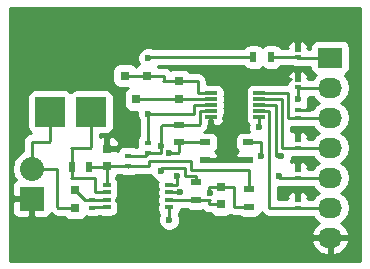
<source format=gbr>
G04 #@! TF.FileFunction,Copper,L1,Top,Signal*
%FSLAX46Y46*%
G04 Gerber Fmt 4.6, Leading zero omitted, Abs format (unit mm)*
G04 Created by KiCad (PCBNEW 4.0.1+dfsg1-stable) date Thu 03 Mar 2016 02:15:59 PM PST*
%MOMM*%
G01*
G04 APERTURE LIST*
%ADD10C,0.100000*%
%ADD11R,0.750000X0.800000*%
%ADD12R,0.550000X0.300000*%
%ADD13R,0.500000X0.900000*%
%ADD14R,0.700000X0.300000*%
%ADD15R,2.500000X2.500000*%
%ADD16R,2.032000X2.032000*%
%ADD17O,2.032000X2.032000*%
%ADD18R,2.032000X1.727200*%
%ADD19O,2.032000X1.727200*%
%ADD20R,0.600000X0.400000*%
%ADD21R,0.900000X0.500000*%
%ADD22R,0.800100X0.800100*%
%ADD23R,1.016000X0.305000*%
%ADD24C,0.600000*%
%ADD25C,0.250000*%
%ADD26C,0.254000*%
G04 APERTURE END LIST*
D10*
D11*
X135991600Y-105017000D03*
X135991600Y-103517000D03*
X138684000Y-101511800D03*
X138684000Y-100011800D03*
X148310600Y-103212200D03*
X148310600Y-104712200D03*
X144754600Y-94296800D03*
X144754600Y-95796800D03*
D12*
X137439400Y-104998400D03*
X137439400Y-104348400D03*
D13*
X137198800Y-101523800D03*
X135698800Y-101523800D03*
X152591200Y-92252800D03*
X151091200Y-92252800D03*
D12*
X154838400Y-92273000D03*
X154838400Y-91623000D03*
X154838400Y-94813000D03*
X154838400Y-94163000D03*
X154838400Y-97378400D03*
X154838400Y-96728400D03*
X154838400Y-99918400D03*
X154838400Y-99268400D03*
X154838400Y-102458400D03*
X154838400Y-101808400D03*
X154838400Y-104998400D03*
X154838400Y-104348400D03*
D14*
X138650200Y-104988400D03*
X138650200Y-104363400D03*
X138650200Y-103713400D03*
X138650200Y-103088400D03*
X143950200Y-104988400D03*
X143950200Y-104363400D03*
X143950200Y-103713400D03*
X143950200Y-103088400D03*
D15*
X137347900Y-96888300D03*
X133847900Y-96888300D03*
D16*
X132321300Y-104241600D03*
D17*
X132321300Y-101701600D03*
D18*
X157581600Y-92303600D03*
D19*
X157581600Y-94843600D03*
X157581600Y-97383600D03*
X157581600Y-99923600D03*
X157581600Y-102463600D03*
X157581600Y-105003600D03*
X157581600Y-107543600D03*
D20*
X142176500Y-99486300D03*
X142176500Y-100386300D03*
X140487400Y-101516600D03*
X140487400Y-100616600D03*
D21*
X150736300Y-104940800D03*
X150736300Y-103440800D03*
X146253200Y-104356600D03*
X146253200Y-102856600D03*
X144780000Y-97979800D03*
X144780000Y-99479800D03*
X147015200Y-99478400D03*
X147015200Y-100978400D03*
X150622000Y-99453000D03*
X150622000Y-100953000D03*
D22*
X142097800Y-93817440D03*
X140197800Y-93817440D03*
X141147800Y-95816420D03*
D23*
X147483800Y-95316800D03*
X147483800Y-95816800D03*
X147483800Y-96316800D03*
X147483800Y-96816800D03*
X147483800Y-97316800D03*
X151575800Y-95316800D03*
X151575800Y-95816800D03*
X151575800Y-96316800D03*
X151575800Y-96816800D03*
X151575800Y-97316800D03*
D24*
X154838400Y-90627200D03*
X154825700Y-93383100D03*
X155867100Y-95935800D03*
X154838400Y-98463100D03*
X154838400Y-103606600D03*
X135966200Y-103530400D03*
X154838400Y-101231700D03*
X150622000Y-100953000D03*
X147383500Y-103720900D03*
X144868900Y-103695500D03*
X142189200Y-97086000D03*
X142201900Y-92341700D03*
X151587200Y-98209100D03*
X154876500Y-95796100D03*
X153289000Y-102323900D03*
X144627600Y-102311200D03*
X143954500Y-106045000D03*
X143967200Y-100380800D03*
X143256000Y-101892100D03*
X143281400Y-99758500D03*
X151739600Y-100634800D03*
X153454100Y-100609400D03*
D25*
X133847900Y-96888300D02*
X133847900Y-99367400D01*
X132321300Y-99441000D02*
X132321300Y-101701600D01*
X132359400Y-99402900D02*
X132321300Y-99441000D01*
X133812400Y-99402900D02*
X132359400Y-99402900D01*
X133847900Y-99367400D02*
X133812400Y-99402900D01*
X132321300Y-101701600D02*
X132334000Y-101688900D01*
X132334000Y-101688900D02*
X134454900Y-101688900D01*
X134454900Y-101688900D02*
X134493000Y-101727000D01*
X134493000Y-101727000D02*
X134493000Y-104927400D01*
X134493000Y-104927400D02*
X134582600Y-105017000D01*
X134582600Y-105017000D02*
X135991600Y-105017000D01*
X137420800Y-105017000D02*
X137449400Y-104988400D01*
X137449400Y-104988400D02*
X138650200Y-104988400D01*
X154838400Y-91623000D02*
X154838400Y-90627200D01*
X154838400Y-94163000D02*
X154838400Y-93395800D01*
X154838400Y-93395800D02*
X154825700Y-93383100D01*
X154838400Y-96728400D02*
X155846900Y-96728400D01*
X155867100Y-96708200D02*
X155867100Y-95935800D01*
X155846900Y-96728400D02*
X155867100Y-96708200D01*
X154838400Y-99268400D02*
X154838400Y-98463100D01*
X154838400Y-104348400D02*
X154838400Y-103606600D01*
X135966200Y-103530400D02*
X135979600Y-103517000D01*
X135979600Y-103517000D02*
X135991600Y-103517000D01*
X138650200Y-104363400D02*
X137454400Y-104363400D01*
X137454400Y-104363400D02*
X137446900Y-104355900D01*
X137446900Y-104355900D02*
X136830500Y-104355900D01*
X136830500Y-104355900D02*
X135991600Y-103517000D01*
X154838400Y-101808400D02*
X154838400Y-101231700D01*
X147015200Y-100978400D02*
X148298600Y-100978400D01*
X148336000Y-100941000D02*
X148336000Y-98412300D01*
X148298600Y-100978400D02*
X148336000Y-100941000D01*
X147483800Y-98360200D02*
X147483800Y-97316800D01*
X147523200Y-98399600D02*
X147483800Y-98360200D01*
X148323300Y-98399600D02*
X147523200Y-98399600D01*
X148336000Y-98412300D02*
X148323300Y-98399600D01*
X138650200Y-103088400D02*
X138650200Y-101545600D01*
X138650200Y-101545600D02*
X138684000Y-101511800D01*
X140487400Y-101516600D02*
X142220100Y-101516600D01*
X150736300Y-101790500D02*
X150736300Y-103440800D01*
X150723600Y-101777800D02*
X150736300Y-101790500D01*
X145821400Y-101777800D02*
X150723600Y-101777800D01*
X145808700Y-101765100D02*
X145821400Y-101777800D01*
X145808700Y-101079300D02*
X145808700Y-101765100D01*
X145834100Y-101053900D02*
X145808700Y-101079300D01*
X142227300Y-101053900D02*
X145834100Y-101053900D01*
X142227300Y-101509400D02*
X142227300Y-101053900D01*
X142220100Y-101516600D02*
X142227300Y-101509400D01*
X137198800Y-101523800D02*
X138672000Y-101523800D01*
X138672000Y-101523800D02*
X138679200Y-101516600D01*
X138679200Y-101516600D02*
X140487400Y-101516600D01*
X140487400Y-101516600D02*
X140494600Y-101523800D01*
X143950200Y-103713400D02*
X144851000Y-103713400D01*
X147371500Y-103212200D02*
X148310600Y-103212200D01*
X147345400Y-103238300D02*
X147371500Y-103212200D01*
X147345400Y-103682800D02*
X147345400Y-103238300D01*
X147383500Y-103720900D02*
X147345400Y-103682800D01*
X144851000Y-103713400D02*
X144868900Y-103695500D01*
X148310600Y-103212200D02*
X149465600Y-103212200D01*
X149467000Y-104940800D02*
X150736300Y-104940800D01*
X149466300Y-104940100D02*
X149467000Y-104940800D01*
X149466300Y-103212900D02*
X149466300Y-104940100D01*
X149465600Y-103212200D02*
X149466300Y-103212900D01*
X143950200Y-104363400D02*
X146246400Y-104363400D01*
X146246400Y-104363400D02*
X146251600Y-104368600D01*
X146251600Y-104368600D02*
X147370800Y-104368600D01*
X147370800Y-104368600D02*
X147358100Y-104381300D01*
X147358100Y-104381300D02*
X147358100Y-104711500D01*
X147358100Y-104711500D02*
X147358800Y-104712200D01*
X147358800Y-104712200D02*
X148310600Y-104712200D01*
X146370800Y-95316800D02*
X147483800Y-95316800D01*
X147483800Y-95316800D02*
X146370800Y-95316800D01*
X144754600Y-94296800D02*
X146342800Y-94296800D01*
X146342800Y-94296800D02*
X146354800Y-94308800D01*
X146354800Y-94308800D02*
X146354800Y-95300800D01*
X146354800Y-95300800D02*
X146370800Y-95316800D01*
X142097800Y-93817440D02*
X140197800Y-93817440D01*
X143499840Y-93817440D02*
X142097800Y-93817440D01*
X143510000Y-93827600D02*
X143499840Y-93817440D01*
X143510000Y-94258000D02*
X143510000Y-93827600D01*
X143471200Y-94296800D02*
X143510000Y-94258000D01*
X146342800Y-94296800D02*
X143471200Y-94296800D01*
X146354800Y-94284800D02*
X146342800Y-94296800D01*
X146354800Y-95300800D02*
X146354800Y-94284800D01*
X146370800Y-95316800D02*
X146354800Y-95300800D01*
X147483800Y-95816800D02*
X144774600Y-95816800D01*
X144774600Y-95816800D02*
X144774220Y-95816420D01*
X144774220Y-95816420D02*
X141147800Y-95816420D01*
X138650200Y-103713400D02*
X137713600Y-103713400D01*
X135698800Y-102426200D02*
X135698800Y-101523800D01*
X135636000Y-102489000D02*
X135698800Y-102426200D01*
X137668000Y-102489000D02*
X135636000Y-102489000D01*
X137668000Y-103667800D02*
X137668000Y-102489000D01*
X137713600Y-103713400D02*
X137668000Y-103667800D01*
X137347900Y-96888300D02*
X137347900Y-99888100D01*
X135698800Y-100011800D02*
X135698800Y-101523800D01*
X135636000Y-99949000D02*
X135698800Y-100011800D01*
X137287000Y-99949000D02*
X135636000Y-99949000D01*
X137347900Y-99888100D02*
X137287000Y-99949000D01*
X135636000Y-101461000D02*
X135698800Y-101523800D01*
X135696200Y-101526400D02*
X135698800Y-101523800D01*
X157581600Y-92303600D02*
X154869000Y-92303600D01*
X154869000Y-92303600D02*
X154818200Y-92252800D01*
X154818200Y-92252800D02*
X152591200Y-92252800D01*
X142176500Y-99486300D02*
X142176500Y-97098700D01*
X142176500Y-97098700D02*
X142189200Y-97086000D01*
X142201900Y-92341700D02*
X142290800Y-92252800D01*
X142290800Y-92252800D02*
X151091200Y-92252800D01*
X147483800Y-96316800D02*
X146075400Y-96316800D01*
X146068200Y-97086000D02*
X142189200Y-97086000D01*
X146075400Y-97078800D02*
X146068200Y-97086000D01*
X146075400Y-96316800D02*
X146075400Y-97078800D01*
X151575800Y-97316800D02*
X151575800Y-98197700D01*
X151575800Y-98197700D02*
X151587200Y-98209100D01*
X154838400Y-95758000D02*
X154838400Y-94813000D01*
X154876500Y-95796100D02*
X154838400Y-95758000D01*
X157581600Y-94843600D02*
X154869000Y-94843600D01*
X154869000Y-94843600D02*
X154838400Y-94813000D01*
X154020400Y-97378400D02*
X154838400Y-97378400D01*
X154000200Y-97358200D02*
X154020400Y-97378400D01*
X157581600Y-97383600D02*
X154843600Y-97383600D01*
X154843600Y-97383600D02*
X154838400Y-97378400D01*
X151575800Y-95316800D02*
X154009600Y-95316800D01*
X154000200Y-95326200D02*
X154000200Y-97358200D01*
X154009600Y-95316800D02*
X154000200Y-95326200D01*
X151575800Y-95816800D02*
X153542198Y-95816800D01*
X153543000Y-95817602D02*
X153543000Y-99923600D01*
X153542198Y-95816800D02*
X153543000Y-95817602D01*
X153548200Y-99918400D02*
X154838400Y-99918400D01*
X153543000Y-99923600D02*
X153548200Y-99918400D01*
X157581600Y-99923600D02*
X154843600Y-99923600D01*
X154843600Y-99923600D02*
X154838400Y-99918400D01*
X143950200Y-103088400D02*
X144625100Y-103088400D01*
X153296500Y-102458400D02*
X154838400Y-102458400D01*
X153263600Y-102425500D02*
X153296500Y-102458400D01*
X153263600Y-102349300D02*
X153263600Y-102425500D01*
X153289000Y-102323900D02*
X153263600Y-102349300D01*
X144627600Y-103085900D02*
X144627600Y-102311200D01*
X144625100Y-103088400D02*
X144627600Y-103085900D01*
X157581600Y-102463600D02*
X154843600Y-102463600D01*
X154843600Y-102463600D02*
X154838400Y-102458400D01*
X151575800Y-96816800D02*
X152442800Y-96816800D01*
X152425400Y-96834200D02*
X152425400Y-105003600D01*
X152442800Y-96816800D02*
X152425400Y-96834200D01*
X152430600Y-104998400D02*
X154838400Y-104998400D01*
X152425400Y-105003600D02*
X152430600Y-104998400D01*
X157581600Y-105003600D02*
X154843600Y-105003600D01*
X154843600Y-105003600D02*
X154838400Y-104998400D01*
X144780000Y-99479800D02*
X144780000Y-100330000D01*
X143950200Y-106040700D02*
X143950200Y-104988400D01*
X143954500Y-106045000D02*
X143950200Y-106040700D01*
X144729200Y-100380800D02*
X143967200Y-100380800D01*
X144780000Y-100330000D02*
X144729200Y-100380800D01*
X147015200Y-99478400D02*
X144781400Y-99478400D01*
X144781400Y-99478400D02*
X144780000Y-99479800D01*
X147483800Y-96816800D02*
X146533402Y-96816800D01*
X146532600Y-96817602D02*
X146532600Y-97942400D01*
X146533402Y-96816800D02*
X146532600Y-96817602D01*
X142176500Y-100386300D02*
X143250500Y-100386300D01*
X143281400Y-100355400D02*
X143281400Y-99758500D01*
X143250500Y-100386300D02*
X143281400Y-100355400D01*
X140487400Y-100616600D02*
X141946200Y-100616600D01*
X141946200Y-100616600D02*
X142176500Y-100386300D01*
X146253200Y-102856600D02*
X146253200Y-102298500D01*
X146253200Y-102298500D02*
X146240500Y-102311200D01*
X146240500Y-102311200D02*
X145300700Y-102311200D01*
X145300700Y-102311200D02*
X145313400Y-102298500D01*
X145313400Y-102298500D02*
X145313400Y-101650800D01*
X145313400Y-101650800D02*
X145300700Y-101663500D01*
X145300700Y-101663500D02*
X143256000Y-101663500D01*
X143256000Y-101663500D02*
X143256000Y-101892100D01*
X143434500Y-97979800D02*
X144780000Y-97979800D01*
X143281400Y-99758500D02*
X143294100Y-99745800D01*
X143294100Y-99745800D02*
X143294100Y-98120200D01*
X143294100Y-98120200D02*
X143434500Y-97979800D01*
X146495200Y-97979800D02*
X144780000Y-97979800D01*
X146532600Y-97942400D02*
X146495200Y-97979800D01*
X151575800Y-96316800D02*
X152996900Y-96316800D01*
X151726200Y-99453000D02*
X150622000Y-99453000D01*
X151752300Y-99479100D02*
X151726200Y-99453000D01*
X151752300Y-100622100D02*
X151752300Y-99479100D01*
X151739600Y-100634800D02*
X151752300Y-100622100D01*
X152996900Y-100609400D02*
X153454100Y-100609400D01*
X152984200Y-100596700D02*
X152996900Y-100609400D01*
X152984200Y-96329500D02*
X152984200Y-100596700D01*
X152996900Y-96316800D02*
X152984200Y-96329500D01*
D26*
G36*
X160072000Y-109526000D02*
X130504000Y-109526000D01*
X130504000Y-107902626D01*
X155974242Y-107902626D01*
X155976891Y-107918391D01*
X156230868Y-108445636D01*
X156667280Y-108835554D01*
X157219687Y-109028784D01*
X157454600Y-108884524D01*
X157454600Y-107670600D01*
X157708600Y-107670600D01*
X157708600Y-108884524D01*
X157943513Y-109028784D01*
X158495920Y-108835554D01*
X158932332Y-108445636D01*
X159186309Y-107918391D01*
X159188958Y-107902626D01*
X159067817Y-107670600D01*
X157708600Y-107670600D01*
X157454600Y-107670600D01*
X156095383Y-107670600D01*
X155974242Y-107902626D01*
X130504000Y-107902626D01*
X130504000Y-104527350D01*
X130670300Y-104527350D01*
X130670300Y-105383910D01*
X130766973Y-105617299D01*
X130945602Y-105795927D01*
X131178991Y-105892600D01*
X132035550Y-105892600D01*
X132194300Y-105733850D01*
X132194300Y-104368600D01*
X130829050Y-104368600D01*
X130670300Y-104527350D01*
X130504000Y-104527350D01*
X130504000Y-101701600D01*
X130637955Y-101701600D01*
X130763630Y-102333410D01*
X130988266Y-102669601D01*
X130945602Y-102687273D01*
X130766973Y-102865901D01*
X130670300Y-103099290D01*
X130670300Y-103955850D01*
X130829050Y-104114600D01*
X132194300Y-104114600D01*
X132194300Y-104094600D01*
X132448300Y-104094600D01*
X132448300Y-104114600D01*
X132468300Y-104114600D01*
X132468300Y-104368600D01*
X132448300Y-104368600D01*
X132448300Y-105733850D01*
X132607050Y-105892600D01*
X133463609Y-105892600D01*
X133696998Y-105795927D01*
X133875627Y-105617299D01*
X133945225Y-105449275D01*
X133955599Y-105464801D01*
X134045199Y-105554401D01*
X134291761Y-105719148D01*
X134582600Y-105777000D01*
X135093669Y-105777000D01*
X135152510Y-105868441D01*
X135364710Y-106013431D01*
X135616600Y-106064440D01*
X136366600Y-106064440D01*
X136601917Y-106020162D01*
X136818041Y-105881090D01*
X136911578Y-105744194D01*
X136912510Y-105744831D01*
X137164400Y-105795840D01*
X137714400Y-105795840D01*
X137949717Y-105751562D01*
X137954631Y-105748400D01*
X138115316Y-105748400D01*
X138300200Y-105785840D01*
X139000200Y-105785840D01*
X139235517Y-105741562D01*
X139451641Y-105602490D01*
X139596631Y-105390290D01*
X139647640Y-105138400D01*
X139647640Y-104838400D01*
X139618046Y-104681122D01*
X139635200Y-104639709D01*
X139635200Y-104597150D01*
X139535189Y-104497139D01*
X139464290Y-104386959D01*
X139413332Y-104352141D01*
X139451641Y-104327490D01*
X139482449Y-104282401D01*
X139635200Y-104129650D01*
X139635200Y-104087091D01*
X139613131Y-104033811D01*
X139647640Y-103863400D01*
X139647640Y-103563400D01*
X139615941Y-103394934D01*
X139647640Y-103238400D01*
X139647640Y-102938400D01*
X139603362Y-102703083D01*
X139464290Y-102486959D01*
X139410200Y-102450001D01*
X139410200Y-102440393D01*
X139510441Y-102375890D01*
X139578283Y-102276600D01*
X139882191Y-102276600D01*
X139935510Y-102313031D01*
X140187400Y-102364040D01*
X140787400Y-102364040D01*
X141022717Y-102319762D01*
X141089793Y-102276600D01*
X142220100Y-102276600D01*
X142389295Y-102242945D01*
X142462883Y-102421043D01*
X142725673Y-102684292D01*
X142982613Y-102790983D01*
X142952760Y-102938400D01*
X142952760Y-103238400D01*
X142984459Y-103406866D01*
X142952760Y-103563400D01*
X142952760Y-103863400D01*
X142986897Y-104044824D01*
X142952760Y-104213400D01*
X142952760Y-104513400D01*
X142984459Y-104681866D01*
X142952760Y-104838400D01*
X142952760Y-105138400D01*
X142997038Y-105373717D01*
X143133062Y-105585104D01*
X143019662Y-105858201D01*
X143019338Y-106230167D01*
X143161383Y-106573943D01*
X143424173Y-106837192D01*
X143767701Y-106979838D01*
X144139667Y-106980162D01*
X144483443Y-106838117D01*
X144746692Y-106575327D01*
X144889338Y-106231799D01*
X144889662Y-105859833D01*
X144771388Y-105573589D01*
X144896631Y-105390290D01*
X144947640Y-105138400D01*
X144947640Y-105123400D01*
X145434766Y-105123400D01*
X145551310Y-105203031D01*
X145803200Y-105254040D01*
X146703200Y-105254040D01*
X146810626Y-105233826D01*
X146820699Y-105248901D01*
X146821399Y-105249601D01*
X147067961Y-105414348D01*
X147358800Y-105472200D01*
X147412669Y-105472200D01*
X147471510Y-105563641D01*
X147683710Y-105708631D01*
X147935600Y-105759640D01*
X148685600Y-105759640D01*
X148920917Y-105715362D01*
X149106150Y-105596168D01*
X149176161Y-105642948D01*
X149467000Y-105700800D01*
X149907914Y-105700800D01*
X150034410Y-105787231D01*
X150286300Y-105838240D01*
X151186300Y-105838240D01*
X151421617Y-105793962D01*
X151637741Y-105654890D01*
X151782731Y-105442690D01*
X151791936Y-105397233D01*
X151887999Y-105541001D01*
X152134561Y-105705748D01*
X152425400Y-105763600D01*
X152451542Y-105758400D01*
X154378516Y-105758400D01*
X154563400Y-105795840D01*
X155113400Y-105795840D01*
X155284741Y-105763600D01*
X156136952Y-105763600D01*
X156337185Y-106063270D01*
X156646669Y-106270061D01*
X156230868Y-106641564D01*
X155976891Y-107168809D01*
X155974242Y-107184574D01*
X156095383Y-107416600D01*
X157454600Y-107416600D01*
X157454600Y-107396600D01*
X157708600Y-107396600D01*
X157708600Y-107416600D01*
X159067817Y-107416600D01*
X159188958Y-107184574D01*
X159186309Y-107168809D01*
X158932332Y-106641564D01*
X158516531Y-106270061D01*
X158826015Y-106063270D01*
X159150871Y-105577089D01*
X159264945Y-105003600D01*
X159150871Y-104430111D01*
X158826015Y-103943930D01*
X158511234Y-103733600D01*
X158826015Y-103523270D01*
X159150871Y-103037089D01*
X159264945Y-102463600D01*
X159150871Y-101890111D01*
X158826015Y-101403930D01*
X158511234Y-101193600D01*
X158826015Y-100983270D01*
X159150871Y-100497089D01*
X159264945Y-99923600D01*
X159150871Y-99350111D01*
X158826015Y-98863930D01*
X158511234Y-98653600D01*
X158826015Y-98443270D01*
X159150871Y-97957089D01*
X159264945Y-97383600D01*
X159150871Y-96810111D01*
X158826015Y-96323930D01*
X158511234Y-96113600D01*
X158826015Y-95903270D01*
X159150871Y-95417089D01*
X159264945Y-94843600D01*
X159150871Y-94270111D01*
X158826015Y-93783930D01*
X158811687Y-93774357D01*
X158832917Y-93770362D01*
X159049041Y-93631290D01*
X159194031Y-93419090D01*
X159245040Y-93167200D01*
X159245040Y-91440000D01*
X159200762Y-91204683D01*
X159061690Y-90988559D01*
X158849490Y-90843569D01*
X158597600Y-90792560D01*
X156565600Y-90792560D01*
X156330283Y-90836838D01*
X156114159Y-90975910D01*
X155969169Y-91188110D01*
X155918160Y-91440000D01*
X155918160Y-91543600D01*
X155748400Y-91543600D01*
X155748400Y-91495998D01*
X155641652Y-91495998D01*
X155748400Y-91389250D01*
X155748400Y-91346690D01*
X155651727Y-91113301D01*
X155473098Y-90934673D01*
X155239709Y-90838000D01*
X155124150Y-90838000D01*
X154965400Y-90996750D01*
X154965400Y-91475560D01*
X154711400Y-91475560D01*
X154711400Y-90996750D01*
X154552650Y-90838000D01*
X154437091Y-90838000D01*
X154203702Y-90934673D01*
X154025073Y-91113301D01*
X153928400Y-91346690D01*
X153928400Y-91389250D01*
X154031950Y-91492800D01*
X153396305Y-91492800D01*
X153305290Y-91351359D01*
X153093090Y-91206369D01*
X152841200Y-91155360D01*
X152341200Y-91155360D01*
X152105883Y-91199638D01*
X151889759Y-91338710D01*
X151842066Y-91408511D01*
X151805290Y-91351359D01*
X151593090Y-91206369D01*
X151341200Y-91155360D01*
X150841200Y-91155360D01*
X150605883Y-91199638D01*
X150389759Y-91338710D01*
X150284474Y-91492800D01*
X142595660Y-91492800D01*
X142388699Y-91406862D01*
X142016733Y-91406538D01*
X141672957Y-91548583D01*
X141409708Y-91811373D01*
X141267062Y-92154901D01*
X141266738Y-92526867D01*
X141401637Y-92853349D01*
X141246309Y-92953300D01*
X141175153Y-93057440D01*
X141120813Y-93057440D01*
X141061940Y-92965949D01*
X140849740Y-92820959D01*
X140597850Y-92769950D01*
X139797750Y-92769950D01*
X139562433Y-92814228D01*
X139346309Y-92953300D01*
X139201319Y-93165500D01*
X139150310Y-93417390D01*
X139150310Y-94217490D01*
X139194588Y-94452807D01*
X139333660Y-94668931D01*
X139545860Y-94813921D01*
X139797750Y-94864930D01*
X140432055Y-94864930D01*
X140296309Y-94952280D01*
X140151319Y-95164480D01*
X140100310Y-95416370D01*
X140100310Y-96216470D01*
X140144588Y-96451787D01*
X140283660Y-96667911D01*
X140495860Y-96812901D01*
X140747750Y-96863910D01*
X141269016Y-96863910D01*
X141254362Y-96899201D01*
X141254038Y-97271167D01*
X141396083Y-97614943D01*
X141416500Y-97635396D01*
X141416500Y-98834737D01*
X141280069Y-99034410D01*
X141229060Y-99286300D01*
X141229060Y-99686300D01*
X141261104Y-99856600D01*
X141092609Y-99856600D01*
X141039290Y-99820169D01*
X140787400Y-99769160D01*
X140187400Y-99769160D01*
X139952083Y-99813438D01*
X139735959Y-99952510D01*
X139590969Y-100164710D01*
X139585949Y-100189499D01*
X139535250Y-100138800D01*
X138811000Y-100138800D01*
X138811000Y-100158800D01*
X138557000Y-100158800D01*
X138557000Y-100138800D01*
X138537000Y-100138800D01*
X138537000Y-99884800D01*
X138557000Y-99884800D01*
X138557000Y-99135550D01*
X138811000Y-99135550D01*
X138811000Y-99884800D01*
X139535250Y-99884800D01*
X139694000Y-99726050D01*
X139694000Y-99485491D01*
X139597327Y-99252102D01*
X139418699Y-99073473D01*
X139185310Y-98976800D01*
X138969750Y-98976800D01*
X138811000Y-99135550D01*
X138557000Y-99135550D01*
X138398250Y-98976800D01*
X138182690Y-98976800D01*
X138107900Y-99007779D01*
X138107900Y-98785740D01*
X138597900Y-98785740D01*
X138833217Y-98741462D01*
X139049341Y-98602390D01*
X139194331Y-98390190D01*
X139245340Y-98138300D01*
X139245340Y-95638300D01*
X139201062Y-95402983D01*
X139061990Y-95186859D01*
X138849790Y-95041869D01*
X138597900Y-94990860D01*
X136097900Y-94990860D01*
X135862583Y-95035138D01*
X135646459Y-95174210D01*
X135598766Y-95244011D01*
X135561990Y-95186859D01*
X135349790Y-95041869D01*
X135097900Y-94990860D01*
X132597900Y-94990860D01*
X132362583Y-95035138D01*
X132146459Y-95174210D01*
X132001469Y-95386410D01*
X131950460Y-95638300D01*
X131950460Y-98138300D01*
X131994738Y-98373617D01*
X132133810Y-98589741D01*
X132244934Y-98665669D01*
X132068561Y-98700752D01*
X131821999Y-98865499D01*
X131783899Y-98903599D01*
X131619152Y-99150161D01*
X131561300Y-99441000D01*
X131561300Y-100240317D01*
X131121522Y-100534167D01*
X130763630Y-101069790D01*
X130637955Y-101701600D01*
X130504000Y-101701600D01*
X130504000Y-88086000D01*
X160072000Y-88086000D01*
X160072000Y-109526000D01*
X160072000Y-109526000D01*
G37*
X160072000Y-109526000D02*
X130504000Y-109526000D01*
X130504000Y-107902626D01*
X155974242Y-107902626D01*
X155976891Y-107918391D01*
X156230868Y-108445636D01*
X156667280Y-108835554D01*
X157219687Y-109028784D01*
X157454600Y-108884524D01*
X157454600Y-107670600D01*
X157708600Y-107670600D01*
X157708600Y-108884524D01*
X157943513Y-109028784D01*
X158495920Y-108835554D01*
X158932332Y-108445636D01*
X159186309Y-107918391D01*
X159188958Y-107902626D01*
X159067817Y-107670600D01*
X157708600Y-107670600D01*
X157454600Y-107670600D01*
X156095383Y-107670600D01*
X155974242Y-107902626D01*
X130504000Y-107902626D01*
X130504000Y-104527350D01*
X130670300Y-104527350D01*
X130670300Y-105383910D01*
X130766973Y-105617299D01*
X130945602Y-105795927D01*
X131178991Y-105892600D01*
X132035550Y-105892600D01*
X132194300Y-105733850D01*
X132194300Y-104368600D01*
X130829050Y-104368600D01*
X130670300Y-104527350D01*
X130504000Y-104527350D01*
X130504000Y-101701600D01*
X130637955Y-101701600D01*
X130763630Y-102333410D01*
X130988266Y-102669601D01*
X130945602Y-102687273D01*
X130766973Y-102865901D01*
X130670300Y-103099290D01*
X130670300Y-103955850D01*
X130829050Y-104114600D01*
X132194300Y-104114600D01*
X132194300Y-104094600D01*
X132448300Y-104094600D01*
X132448300Y-104114600D01*
X132468300Y-104114600D01*
X132468300Y-104368600D01*
X132448300Y-104368600D01*
X132448300Y-105733850D01*
X132607050Y-105892600D01*
X133463609Y-105892600D01*
X133696998Y-105795927D01*
X133875627Y-105617299D01*
X133945225Y-105449275D01*
X133955599Y-105464801D01*
X134045199Y-105554401D01*
X134291761Y-105719148D01*
X134582600Y-105777000D01*
X135093669Y-105777000D01*
X135152510Y-105868441D01*
X135364710Y-106013431D01*
X135616600Y-106064440D01*
X136366600Y-106064440D01*
X136601917Y-106020162D01*
X136818041Y-105881090D01*
X136911578Y-105744194D01*
X136912510Y-105744831D01*
X137164400Y-105795840D01*
X137714400Y-105795840D01*
X137949717Y-105751562D01*
X137954631Y-105748400D01*
X138115316Y-105748400D01*
X138300200Y-105785840D01*
X139000200Y-105785840D01*
X139235517Y-105741562D01*
X139451641Y-105602490D01*
X139596631Y-105390290D01*
X139647640Y-105138400D01*
X139647640Y-104838400D01*
X139618046Y-104681122D01*
X139635200Y-104639709D01*
X139635200Y-104597150D01*
X139535189Y-104497139D01*
X139464290Y-104386959D01*
X139413332Y-104352141D01*
X139451641Y-104327490D01*
X139482449Y-104282401D01*
X139635200Y-104129650D01*
X139635200Y-104087091D01*
X139613131Y-104033811D01*
X139647640Y-103863400D01*
X139647640Y-103563400D01*
X139615941Y-103394934D01*
X139647640Y-103238400D01*
X139647640Y-102938400D01*
X139603362Y-102703083D01*
X139464290Y-102486959D01*
X139410200Y-102450001D01*
X139410200Y-102440393D01*
X139510441Y-102375890D01*
X139578283Y-102276600D01*
X139882191Y-102276600D01*
X139935510Y-102313031D01*
X140187400Y-102364040D01*
X140787400Y-102364040D01*
X141022717Y-102319762D01*
X141089793Y-102276600D01*
X142220100Y-102276600D01*
X142389295Y-102242945D01*
X142462883Y-102421043D01*
X142725673Y-102684292D01*
X142982613Y-102790983D01*
X142952760Y-102938400D01*
X142952760Y-103238400D01*
X142984459Y-103406866D01*
X142952760Y-103563400D01*
X142952760Y-103863400D01*
X142986897Y-104044824D01*
X142952760Y-104213400D01*
X142952760Y-104513400D01*
X142984459Y-104681866D01*
X142952760Y-104838400D01*
X142952760Y-105138400D01*
X142997038Y-105373717D01*
X143133062Y-105585104D01*
X143019662Y-105858201D01*
X143019338Y-106230167D01*
X143161383Y-106573943D01*
X143424173Y-106837192D01*
X143767701Y-106979838D01*
X144139667Y-106980162D01*
X144483443Y-106838117D01*
X144746692Y-106575327D01*
X144889338Y-106231799D01*
X144889662Y-105859833D01*
X144771388Y-105573589D01*
X144896631Y-105390290D01*
X144947640Y-105138400D01*
X144947640Y-105123400D01*
X145434766Y-105123400D01*
X145551310Y-105203031D01*
X145803200Y-105254040D01*
X146703200Y-105254040D01*
X146810626Y-105233826D01*
X146820699Y-105248901D01*
X146821399Y-105249601D01*
X147067961Y-105414348D01*
X147358800Y-105472200D01*
X147412669Y-105472200D01*
X147471510Y-105563641D01*
X147683710Y-105708631D01*
X147935600Y-105759640D01*
X148685600Y-105759640D01*
X148920917Y-105715362D01*
X149106150Y-105596168D01*
X149176161Y-105642948D01*
X149467000Y-105700800D01*
X149907914Y-105700800D01*
X150034410Y-105787231D01*
X150286300Y-105838240D01*
X151186300Y-105838240D01*
X151421617Y-105793962D01*
X151637741Y-105654890D01*
X151782731Y-105442690D01*
X151791936Y-105397233D01*
X151887999Y-105541001D01*
X152134561Y-105705748D01*
X152425400Y-105763600D01*
X152451542Y-105758400D01*
X154378516Y-105758400D01*
X154563400Y-105795840D01*
X155113400Y-105795840D01*
X155284741Y-105763600D01*
X156136952Y-105763600D01*
X156337185Y-106063270D01*
X156646669Y-106270061D01*
X156230868Y-106641564D01*
X155976891Y-107168809D01*
X155974242Y-107184574D01*
X156095383Y-107416600D01*
X157454600Y-107416600D01*
X157454600Y-107396600D01*
X157708600Y-107396600D01*
X157708600Y-107416600D01*
X159067817Y-107416600D01*
X159188958Y-107184574D01*
X159186309Y-107168809D01*
X158932332Y-106641564D01*
X158516531Y-106270061D01*
X158826015Y-106063270D01*
X159150871Y-105577089D01*
X159264945Y-105003600D01*
X159150871Y-104430111D01*
X158826015Y-103943930D01*
X158511234Y-103733600D01*
X158826015Y-103523270D01*
X159150871Y-103037089D01*
X159264945Y-102463600D01*
X159150871Y-101890111D01*
X158826015Y-101403930D01*
X158511234Y-101193600D01*
X158826015Y-100983270D01*
X159150871Y-100497089D01*
X159264945Y-99923600D01*
X159150871Y-99350111D01*
X158826015Y-98863930D01*
X158511234Y-98653600D01*
X158826015Y-98443270D01*
X159150871Y-97957089D01*
X159264945Y-97383600D01*
X159150871Y-96810111D01*
X158826015Y-96323930D01*
X158511234Y-96113600D01*
X158826015Y-95903270D01*
X159150871Y-95417089D01*
X159264945Y-94843600D01*
X159150871Y-94270111D01*
X158826015Y-93783930D01*
X158811687Y-93774357D01*
X158832917Y-93770362D01*
X159049041Y-93631290D01*
X159194031Y-93419090D01*
X159245040Y-93167200D01*
X159245040Y-91440000D01*
X159200762Y-91204683D01*
X159061690Y-90988559D01*
X158849490Y-90843569D01*
X158597600Y-90792560D01*
X156565600Y-90792560D01*
X156330283Y-90836838D01*
X156114159Y-90975910D01*
X155969169Y-91188110D01*
X155918160Y-91440000D01*
X155918160Y-91543600D01*
X155748400Y-91543600D01*
X155748400Y-91495998D01*
X155641652Y-91495998D01*
X155748400Y-91389250D01*
X155748400Y-91346690D01*
X155651727Y-91113301D01*
X155473098Y-90934673D01*
X155239709Y-90838000D01*
X155124150Y-90838000D01*
X154965400Y-90996750D01*
X154965400Y-91475560D01*
X154711400Y-91475560D01*
X154711400Y-90996750D01*
X154552650Y-90838000D01*
X154437091Y-90838000D01*
X154203702Y-90934673D01*
X154025073Y-91113301D01*
X153928400Y-91346690D01*
X153928400Y-91389250D01*
X154031950Y-91492800D01*
X153396305Y-91492800D01*
X153305290Y-91351359D01*
X153093090Y-91206369D01*
X152841200Y-91155360D01*
X152341200Y-91155360D01*
X152105883Y-91199638D01*
X151889759Y-91338710D01*
X151842066Y-91408511D01*
X151805290Y-91351359D01*
X151593090Y-91206369D01*
X151341200Y-91155360D01*
X150841200Y-91155360D01*
X150605883Y-91199638D01*
X150389759Y-91338710D01*
X150284474Y-91492800D01*
X142595660Y-91492800D01*
X142388699Y-91406862D01*
X142016733Y-91406538D01*
X141672957Y-91548583D01*
X141409708Y-91811373D01*
X141267062Y-92154901D01*
X141266738Y-92526867D01*
X141401637Y-92853349D01*
X141246309Y-92953300D01*
X141175153Y-93057440D01*
X141120813Y-93057440D01*
X141061940Y-92965949D01*
X140849740Y-92820959D01*
X140597850Y-92769950D01*
X139797750Y-92769950D01*
X139562433Y-92814228D01*
X139346309Y-92953300D01*
X139201319Y-93165500D01*
X139150310Y-93417390D01*
X139150310Y-94217490D01*
X139194588Y-94452807D01*
X139333660Y-94668931D01*
X139545860Y-94813921D01*
X139797750Y-94864930D01*
X140432055Y-94864930D01*
X140296309Y-94952280D01*
X140151319Y-95164480D01*
X140100310Y-95416370D01*
X140100310Y-96216470D01*
X140144588Y-96451787D01*
X140283660Y-96667911D01*
X140495860Y-96812901D01*
X140747750Y-96863910D01*
X141269016Y-96863910D01*
X141254362Y-96899201D01*
X141254038Y-97271167D01*
X141396083Y-97614943D01*
X141416500Y-97635396D01*
X141416500Y-98834737D01*
X141280069Y-99034410D01*
X141229060Y-99286300D01*
X141229060Y-99686300D01*
X141261104Y-99856600D01*
X141092609Y-99856600D01*
X141039290Y-99820169D01*
X140787400Y-99769160D01*
X140187400Y-99769160D01*
X139952083Y-99813438D01*
X139735959Y-99952510D01*
X139590969Y-100164710D01*
X139585949Y-100189499D01*
X139535250Y-100138800D01*
X138811000Y-100138800D01*
X138811000Y-100158800D01*
X138557000Y-100158800D01*
X138557000Y-100138800D01*
X138537000Y-100138800D01*
X138537000Y-99884800D01*
X138557000Y-99884800D01*
X138557000Y-99135550D01*
X138811000Y-99135550D01*
X138811000Y-99884800D01*
X139535250Y-99884800D01*
X139694000Y-99726050D01*
X139694000Y-99485491D01*
X139597327Y-99252102D01*
X139418699Y-99073473D01*
X139185310Y-98976800D01*
X138969750Y-98976800D01*
X138811000Y-99135550D01*
X138557000Y-99135550D01*
X138398250Y-98976800D01*
X138182690Y-98976800D01*
X138107900Y-99007779D01*
X138107900Y-98785740D01*
X138597900Y-98785740D01*
X138833217Y-98741462D01*
X139049341Y-98602390D01*
X139194331Y-98390190D01*
X139245340Y-98138300D01*
X139245340Y-95638300D01*
X139201062Y-95402983D01*
X139061990Y-95186859D01*
X138849790Y-95041869D01*
X138597900Y-94990860D01*
X136097900Y-94990860D01*
X135862583Y-95035138D01*
X135646459Y-95174210D01*
X135598766Y-95244011D01*
X135561990Y-95186859D01*
X135349790Y-95041869D01*
X135097900Y-94990860D01*
X132597900Y-94990860D01*
X132362583Y-95035138D01*
X132146459Y-95174210D01*
X132001469Y-95386410D01*
X131950460Y-95638300D01*
X131950460Y-98138300D01*
X131994738Y-98373617D01*
X132133810Y-98589741D01*
X132244934Y-98665669D01*
X132068561Y-98700752D01*
X131821999Y-98865499D01*
X131783899Y-98903599D01*
X131619152Y-99150161D01*
X131561300Y-99441000D01*
X131561300Y-100240317D01*
X131121522Y-100534167D01*
X130763630Y-101069790D01*
X130637955Y-101701600D01*
X130504000Y-101701600D01*
X130504000Y-88086000D01*
X160072000Y-88086000D01*
X160072000Y-109526000D01*
G36*
X154563400Y-103255840D02*
X155113400Y-103255840D01*
X155284741Y-103223600D01*
X156136952Y-103223600D01*
X156337185Y-103523270D01*
X156651966Y-103733600D01*
X156337185Y-103943930D01*
X156136952Y-104243600D01*
X155748400Y-104243600D01*
X155748400Y-104221398D01*
X155641652Y-104221398D01*
X155748400Y-104114650D01*
X155748400Y-104072090D01*
X155651727Y-103838701D01*
X155473098Y-103660073D01*
X155239709Y-103563400D01*
X155124150Y-103563400D01*
X154965400Y-103722150D01*
X154965400Y-104200960D01*
X154711400Y-104200960D01*
X154711400Y-103722150D01*
X154552650Y-103563400D01*
X154437091Y-103563400D01*
X154203702Y-103660073D01*
X154025073Y-103838701D01*
X153928400Y-104072090D01*
X153928400Y-104114650D01*
X154035148Y-104221398D01*
X153928400Y-104221398D01*
X153928400Y-104238400D01*
X153185400Y-104238400D01*
X153185400Y-103258810D01*
X153474167Y-103259062D01*
X153572577Y-103218400D01*
X154378516Y-103218400D01*
X154563400Y-103255840D01*
X154563400Y-103255840D01*
G37*
X154563400Y-103255840D02*
X155113400Y-103255840D01*
X155284741Y-103223600D01*
X156136952Y-103223600D01*
X156337185Y-103523270D01*
X156651966Y-103733600D01*
X156337185Y-103943930D01*
X156136952Y-104243600D01*
X155748400Y-104243600D01*
X155748400Y-104221398D01*
X155641652Y-104221398D01*
X155748400Y-104114650D01*
X155748400Y-104072090D01*
X155651727Y-103838701D01*
X155473098Y-103660073D01*
X155239709Y-103563400D01*
X155124150Y-103563400D01*
X154965400Y-103722150D01*
X154965400Y-104200960D01*
X154711400Y-104200960D01*
X154711400Y-103722150D01*
X154552650Y-103563400D01*
X154437091Y-103563400D01*
X154203702Y-103660073D01*
X154025073Y-103838701D01*
X153928400Y-104072090D01*
X153928400Y-104114650D01*
X154035148Y-104221398D01*
X153928400Y-104221398D01*
X153928400Y-104238400D01*
X153185400Y-104238400D01*
X153185400Y-103258810D01*
X153474167Y-103259062D01*
X153572577Y-103218400D01*
X154378516Y-103218400D01*
X154563400Y-103255840D01*
G36*
X136118600Y-103390000D02*
X136138600Y-103390000D01*
X136138600Y-103644000D01*
X136118600Y-103644000D01*
X136118600Y-103664000D01*
X135864600Y-103664000D01*
X135864600Y-103644000D01*
X135844600Y-103644000D01*
X135844600Y-103390000D01*
X135864600Y-103390000D01*
X135864600Y-103370000D01*
X136118600Y-103370000D01*
X136118600Y-103390000D01*
X136118600Y-103390000D01*
G37*
X136118600Y-103390000D02*
X136138600Y-103390000D01*
X136138600Y-103644000D01*
X136118600Y-103644000D01*
X136118600Y-103664000D01*
X135864600Y-103664000D01*
X135864600Y-103644000D01*
X135844600Y-103644000D01*
X135844600Y-103390000D01*
X135864600Y-103390000D01*
X135864600Y-103370000D01*
X136118600Y-103370000D01*
X136118600Y-103390000D01*
G36*
X154563400Y-100715840D02*
X155113400Y-100715840D01*
X155284741Y-100683600D01*
X156136952Y-100683600D01*
X156337185Y-100983270D01*
X156651966Y-101193600D01*
X156337185Y-101403930D01*
X156136952Y-101703600D01*
X155748400Y-101703600D01*
X155748400Y-101681398D01*
X155641652Y-101681398D01*
X155748400Y-101574650D01*
X155748400Y-101532090D01*
X155651727Y-101298701D01*
X155473098Y-101120073D01*
X155239709Y-101023400D01*
X155124150Y-101023400D01*
X154965400Y-101182150D01*
X154965400Y-101660960D01*
X154711400Y-101660960D01*
X154711400Y-101182150D01*
X154552650Y-101023400D01*
X154437091Y-101023400D01*
X154264995Y-101094684D01*
X154388938Y-100796199D01*
X154389039Y-100680531D01*
X154563400Y-100715840D01*
X154563400Y-100715840D01*
G37*
X154563400Y-100715840D02*
X155113400Y-100715840D01*
X155284741Y-100683600D01*
X156136952Y-100683600D01*
X156337185Y-100983270D01*
X156651966Y-101193600D01*
X156337185Y-101403930D01*
X156136952Y-101703600D01*
X155748400Y-101703600D01*
X155748400Y-101681398D01*
X155641652Y-101681398D01*
X155748400Y-101574650D01*
X155748400Y-101532090D01*
X155651727Y-101298701D01*
X155473098Y-101120073D01*
X155239709Y-101023400D01*
X155124150Y-101023400D01*
X154965400Y-101182150D01*
X154965400Y-101660960D01*
X154711400Y-101660960D01*
X154711400Y-101182150D01*
X154552650Y-101023400D01*
X154437091Y-101023400D01*
X154264995Y-101094684D01*
X154388938Y-100796199D01*
X154389039Y-100680531D01*
X154563400Y-100715840D01*
G36*
X150377110Y-93154241D02*
X150589310Y-93299231D01*
X150841200Y-93350240D01*
X151341200Y-93350240D01*
X151576517Y-93305962D01*
X151792641Y-93166890D01*
X151840334Y-93097089D01*
X151877110Y-93154241D01*
X152089310Y-93299231D01*
X152341200Y-93350240D01*
X152841200Y-93350240D01*
X153076517Y-93305962D01*
X153292641Y-93166890D01*
X153397926Y-93012800D01*
X154301805Y-93012800D01*
X154311510Y-93019431D01*
X154563400Y-93070440D01*
X155113400Y-93070440D01*
X155149751Y-93063600D01*
X155918160Y-93063600D01*
X155918160Y-93167200D01*
X155962438Y-93402517D01*
X156101510Y-93618641D01*
X156313710Y-93763631D01*
X156355039Y-93772000D01*
X156337185Y-93783930D01*
X156136952Y-94083600D01*
X155748400Y-94083600D01*
X155748400Y-94035998D01*
X155641652Y-94035998D01*
X155748400Y-93929250D01*
X155748400Y-93886690D01*
X155651727Y-93653301D01*
X155473098Y-93474673D01*
X155239709Y-93378000D01*
X155124150Y-93378000D01*
X154965400Y-93536750D01*
X154965400Y-94015560D01*
X154711400Y-94015560D01*
X154711400Y-93536750D01*
X154552650Y-93378000D01*
X154437091Y-93378000D01*
X154203702Y-93474673D01*
X154025073Y-93653301D01*
X153928400Y-93886690D01*
X153928400Y-93929250D01*
X154087150Y-94088000D01*
X154284318Y-94088000D01*
X154111959Y-94198910D01*
X154081151Y-94243999D01*
X153928400Y-94396750D01*
X153928400Y-94439310D01*
X153950469Y-94492589D01*
X153937466Y-94556800D01*
X152281030Y-94556800D01*
X152083800Y-94516860D01*
X151067800Y-94516860D01*
X150832483Y-94561138D01*
X150616359Y-94700210D01*
X150471369Y-94912410D01*
X150420360Y-95164300D01*
X150420360Y-95469300D01*
X150439379Y-95570379D01*
X150420360Y-95664300D01*
X150420360Y-95969300D01*
X150439379Y-96070379D01*
X150420360Y-96164300D01*
X150420360Y-96469300D01*
X150439379Y-96570379D01*
X150420360Y-96664300D01*
X150420360Y-96969300D01*
X150439379Y-97070379D01*
X150420360Y-97164300D01*
X150420360Y-97469300D01*
X150464638Y-97704617D01*
X150603710Y-97920741D01*
X150674460Y-97969083D01*
X150652362Y-98022301D01*
X150652038Y-98394267D01*
X150718683Y-98555560D01*
X150172000Y-98555560D01*
X149936683Y-98599838D01*
X149720559Y-98738910D01*
X149575569Y-98951110D01*
X149524560Y-99203000D01*
X149524560Y-99703000D01*
X149568838Y-99938317D01*
X149707910Y-100154441D01*
X149776006Y-100200969D01*
X149633673Y-100343302D01*
X149537000Y-100576691D01*
X149537000Y-100669250D01*
X149695750Y-100828000D01*
X150495000Y-100828000D01*
X150495000Y-100806000D01*
X150749000Y-100806000D01*
X150749000Y-100828000D01*
X150769000Y-100828000D01*
X150769000Y-101026831D01*
X150723600Y-101017800D01*
X146868200Y-101017800D01*
X146868200Y-100853400D01*
X146888200Y-100853400D01*
X146888200Y-100831400D01*
X147142200Y-100831400D01*
X147142200Y-100853400D01*
X147941450Y-100853400D01*
X148100200Y-100694650D01*
X148100200Y-100602091D01*
X148003527Y-100368702D01*
X147862290Y-100227464D01*
X147916641Y-100192490D01*
X148061631Y-99980290D01*
X148112640Y-99728400D01*
X148112640Y-99228400D01*
X148068362Y-98993083D01*
X147929290Y-98776959D01*
X147717090Y-98631969D01*
X147465200Y-98580960D01*
X146937179Y-98580960D01*
X147032601Y-98517201D01*
X147070001Y-98479801D01*
X147234748Y-98233239D01*
X147275877Y-98026473D01*
X147356800Y-97945550D01*
X147356800Y-97616740D01*
X147610800Y-97616740D01*
X147610800Y-97945550D01*
X147769550Y-98104300D01*
X148118109Y-98104300D01*
X148351498Y-98007627D01*
X148530127Y-97828999D01*
X148626800Y-97595610D01*
X148626800Y-97551800D01*
X148469686Y-97394686D01*
X148588231Y-97221190D01*
X148613832Y-97094768D01*
X148626800Y-97081800D01*
X148626800Y-97037990D01*
X148625813Y-97035606D01*
X148639240Y-96969300D01*
X148639240Y-96664300D01*
X148620221Y-96563221D01*
X148639240Y-96469300D01*
X148639240Y-96164300D01*
X148620221Y-96063221D01*
X148639240Y-95969300D01*
X148639240Y-95664300D01*
X148620221Y-95563221D01*
X148639240Y-95469300D01*
X148639240Y-95164300D01*
X148594962Y-94928983D01*
X148455890Y-94712859D01*
X148243690Y-94567869D01*
X147991800Y-94516860D01*
X147114800Y-94516860D01*
X147114800Y-94284800D01*
X147086286Y-94141452D01*
X147056948Y-93993960D01*
X146892201Y-93747399D01*
X146645640Y-93582652D01*
X146354800Y-93524800D01*
X146294472Y-93536800D01*
X145652531Y-93536800D01*
X145593690Y-93445359D01*
X145381490Y-93300369D01*
X145129600Y-93249360D01*
X144379600Y-93249360D01*
X144144283Y-93293638D01*
X144078138Y-93336201D01*
X144047401Y-93290199D01*
X144037241Y-93280039D01*
X143790679Y-93115292D01*
X143499840Y-93057440D01*
X143020813Y-93057440D01*
X142992088Y-93012800D01*
X150286095Y-93012800D01*
X150377110Y-93154241D01*
X150377110Y-93154241D01*
G37*
X150377110Y-93154241D02*
X150589310Y-93299231D01*
X150841200Y-93350240D01*
X151341200Y-93350240D01*
X151576517Y-93305962D01*
X151792641Y-93166890D01*
X151840334Y-93097089D01*
X151877110Y-93154241D01*
X152089310Y-93299231D01*
X152341200Y-93350240D01*
X152841200Y-93350240D01*
X153076517Y-93305962D01*
X153292641Y-93166890D01*
X153397926Y-93012800D01*
X154301805Y-93012800D01*
X154311510Y-93019431D01*
X154563400Y-93070440D01*
X155113400Y-93070440D01*
X155149751Y-93063600D01*
X155918160Y-93063600D01*
X155918160Y-93167200D01*
X155962438Y-93402517D01*
X156101510Y-93618641D01*
X156313710Y-93763631D01*
X156355039Y-93772000D01*
X156337185Y-93783930D01*
X156136952Y-94083600D01*
X155748400Y-94083600D01*
X155748400Y-94035998D01*
X155641652Y-94035998D01*
X155748400Y-93929250D01*
X155748400Y-93886690D01*
X155651727Y-93653301D01*
X155473098Y-93474673D01*
X155239709Y-93378000D01*
X155124150Y-93378000D01*
X154965400Y-93536750D01*
X154965400Y-94015560D01*
X154711400Y-94015560D01*
X154711400Y-93536750D01*
X154552650Y-93378000D01*
X154437091Y-93378000D01*
X154203702Y-93474673D01*
X154025073Y-93653301D01*
X153928400Y-93886690D01*
X153928400Y-93929250D01*
X154087150Y-94088000D01*
X154284318Y-94088000D01*
X154111959Y-94198910D01*
X154081151Y-94243999D01*
X153928400Y-94396750D01*
X153928400Y-94439310D01*
X153950469Y-94492589D01*
X153937466Y-94556800D01*
X152281030Y-94556800D01*
X152083800Y-94516860D01*
X151067800Y-94516860D01*
X150832483Y-94561138D01*
X150616359Y-94700210D01*
X150471369Y-94912410D01*
X150420360Y-95164300D01*
X150420360Y-95469300D01*
X150439379Y-95570379D01*
X150420360Y-95664300D01*
X150420360Y-95969300D01*
X150439379Y-96070379D01*
X150420360Y-96164300D01*
X150420360Y-96469300D01*
X150439379Y-96570379D01*
X150420360Y-96664300D01*
X150420360Y-96969300D01*
X150439379Y-97070379D01*
X150420360Y-97164300D01*
X150420360Y-97469300D01*
X150464638Y-97704617D01*
X150603710Y-97920741D01*
X150674460Y-97969083D01*
X150652362Y-98022301D01*
X150652038Y-98394267D01*
X150718683Y-98555560D01*
X150172000Y-98555560D01*
X149936683Y-98599838D01*
X149720559Y-98738910D01*
X149575569Y-98951110D01*
X149524560Y-99203000D01*
X149524560Y-99703000D01*
X149568838Y-99938317D01*
X149707910Y-100154441D01*
X149776006Y-100200969D01*
X149633673Y-100343302D01*
X149537000Y-100576691D01*
X149537000Y-100669250D01*
X149695750Y-100828000D01*
X150495000Y-100828000D01*
X150495000Y-100806000D01*
X150749000Y-100806000D01*
X150749000Y-100828000D01*
X150769000Y-100828000D01*
X150769000Y-101026831D01*
X150723600Y-101017800D01*
X146868200Y-101017800D01*
X146868200Y-100853400D01*
X146888200Y-100853400D01*
X146888200Y-100831400D01*
X147142200Y-100831400D01*
X147142200Y-100853400D01*
X147941450Y-100853400D01*
X148100200Y-100694650D01*
X148100200Y-100602091D01*
X148003527Y-100368702D01*
X147862290Y-100227464D01*
X147916641Y-100192490D01*
X148061631Y-99980290D01*
X148112640Y-99728400D01*
X148112640Y-99228400D01*
X148068362Y-98993083D01*
X147929290Y-98776959D01*
X147717090Y-98631969D01*
X147465200Y-98580960D01*
X146937179Y-98580960D01*
X147032601Y-98517201D01*
X147070001Y-98479801D01*
X147234748Y-98233239D01*
X147275877Y-98026473D01*
X147356800Y-97945550D01*
X147356800Y-97616740D01*
X147610800Y-97616740D01*
X147610800Y-97945550D01*
X147769550Y-98104300D01*
X148118109Y-98104300D01*
X148351498Y-98007627D01*
X148530127Y-97828999D01*
X148626800Y-97595610D01*
X148626800Y-97551800D01*
X148469686Y-97394686D01*
X148588231Y-97221190D01*
X148613832Y-97094768D01*
X148626800Y-97081800D01*
X148626800Y-97037990D01*
X148625813Y-97035606D01*
X148639240Y-96969300D01*
X148639240Y-96664300D01*
X148620221Y-96563221D01*
X148639240Y-96469300D01*
X148639240Y-96164300D01*
X148620221Y-96063221D01*
X148639240Y-95969300D01*
X148639240Y-95664300D01*
X148620221Y-95563221D01*
X148639240Y-95469300D01*
X148639240Y-95164300D01*
X148594962Y-94928983D01*
X148455890Y-94712859D01*
X148243690Y-94567869D01*
X147991800Y-94516860D01*
X147114800Y-94516860D01*
X147114800Y-94284800D01*
X147086286Y-94141452D01*
X147056948Y-93993960D01*
X146892201Y-93747399D01*
X146645640Y-93582652D01*
X146354800Y-93524800D01*
X146294472Y-93536800D01*
X145652531Y-93536800D01*
X145593690Y-93445359D01*
X145381490Y-93300369D01*
X145129600Y-93249360D01*
X144379600Y-93249360D01*
X144144283Y-93293638D01*
X144078138Y-93336201D01*
X144047401Y-93290199D01*
X144037241Y-93280039D01*
X143790679Y-93115292D01*
X143499840Y-93057440D01*
X143020813Y-93057440D01*
X142992088Y-93012800D01*
X150286095Y-93012800D01*
X150377110Y-93154241D01*
G36*
X154563400Y-98175840D02*
X155113400Y-98175840D01*
X155284741Y-98143600D01*
X156136952Y-98143600D01*
X156337185Y-98443270D01*
X156651966Y-98653600D01*
X156337185Y-98863930D01*
X156136952Y-99163600D01*
X155748400Y-99163600D01*
X155748400Y-99141398D01*
X155641652Y-99141398D01*
X155748400Y-99034650D01*
X155748400Y-98992090D01*
X155651727Y-98758701D01*
X155473098Y-98580073D01*
X155239709Y-98483400D01*
X155124150Y-98483400D01*
X154965400Y-98642150D01*
X154965400Y-99120960D01*
X154711400Y-99120960D01*
X154711400Y-98642150D01*
X154552650Y-98483400D01*
X154437091Y-98483400D01*
X154303000Y-98538942D01*
X154303000Y-98138400D01*
X154378516Y-98138400D01*
X154563400Y-98175840D01*
X154563400Y-98175840D01*
G37*
X154563400Y-98175840D02*
X155113400Y-98175840D01*
X155284741Y-98143600D01*
X156136952Y-98143600D01*
X156337185Y-98443270D01*
X156651966Y-98653600D01*
X156337185Y-98863930D01*
X156136952Y-99163600D01*
X155748400Y-99163600D01*
X155748400Y-99141398D01*
X155641652Y-99141398D01*
X155748400Y-99034650D01*
X155748400Y-98992090D01*
X155651727Y-98758701D01*
X155473098Y-98580073D01*
X155239709Y-98483400D01*
X155124150Y-98483400D01*
X154965400Y-98642150D01*
X154965400Y-99120960D01*
X154711400Y-99120960D01*
X154711400Y-98642150D01*
X154552650Y-98483400D01*
X154437091Y-98483400D01*
X154303000Y-98538942D01*
X154303000Y-98138400D01*
X154378516Y-98138400D01*
X154563400Y-98175840D01*
G36*
X156337185Y-95903270D02*
X156651966Y-96113600D01*
X156337185Y-96323930D01*
X156136952Y-96623600D01*
X155748400Y-96623600D01*
X155748400Y-96601398D01*
X155641652Y-96601398D01*
X155748400Y-96494650D01*
X155748400Y-96452090D01*
X155682537Y-96293084D01*
X155811338Y-95982899D01*
X155811662Y-95610933D01*
X155808632Y-95603600D01*
X156136952Y-95603600D01*
X156337185Y-95903270D01*
X156337185Y-95903270D01*
G37*
X156337185Y-95903270D02*
X156651966Y-96113600D01*
X156337185Y-96323930D01*
X156136952Y-96623600D01*
X155748400Y-96623600D01*
X155748400Y-96601398D01*
X155641652Y-96601398D01*
X155748400Y-96494650D01*
X155748400Y-96452090D01*
X155682537Y-96293084D01*
X155811338Y-95982899D01*
X155811662Y-95610933D01*
X155808632Y-95603600D01*
X156136952Y-95603600D01*
X156337185Y-95903270D01*
M02*

</source>
